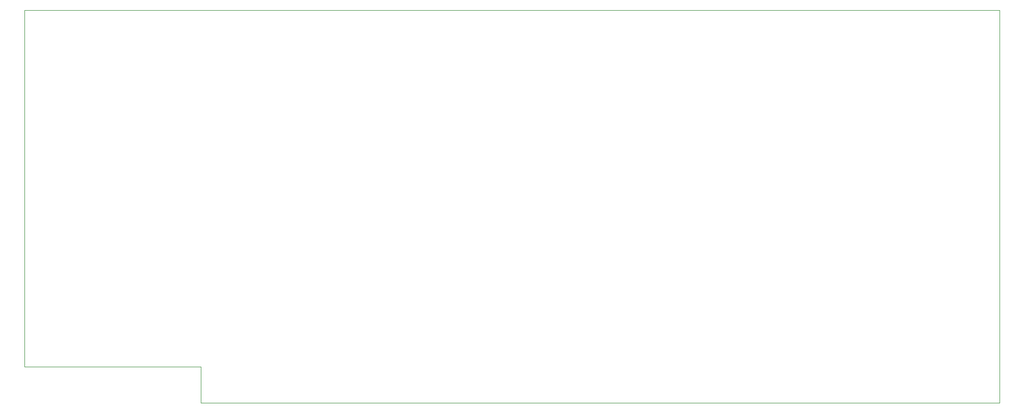
<source format=gbr>
%TF.GenerationSoftware,KiCad,Pcbnew,8.0.8*%
%TF.CreationDate,2025-04-22T21:40:42-07:00*%
%TF.ProjectId,display,64697370-6c61-4792-9e6b-696361645f70,rev?*%
%TF.SameCoordinates,Original*%
%TF.FileFunction,Profile,NP*%
%FSLAX46Y46*%
G04 Gerber Fmt 4.6, Leading zero omitted, Abs format (unit mm)*
G04 Created by KiCad (PCBNEW 8.0.8) date 2025-04-22 21:40:42*
%MOMM*%
%LPD*%
G01*
G04 APERTURE LIST*
%TA.AperFunction,Profile*%
%ADD10C,0.050000*%
%TD*%
G04 APERTURE END LIST*
D10*
X233335400Y-127241300D02*
X100650000Y-127241300D01*
X100650000Y-121220000D01*
X71358200Y-121220000D01*
X71358200Y-61808700D01*
X233335400Y-61808700D01*
X233335400Y-127241300D01*
M02*

</source>
